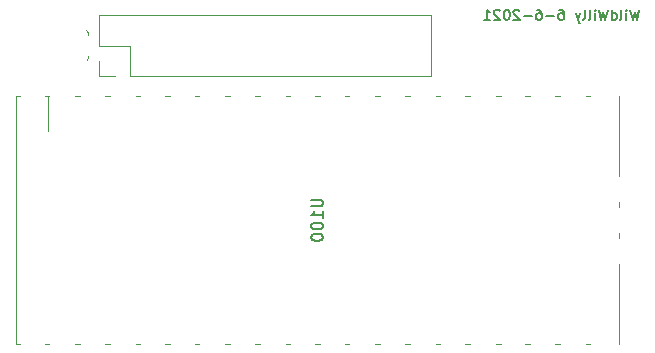
<source format=gbo>
G04 #@! TF.GenerationSoftware,KiCad,Pcbnew,(5.1.10)-1*
G04 #@! TF.CreationDate,2021-06-06T14:26:22+02:00*
G04 #@! TF.ProjectId,ww2020,77773230-3230-42e6-9b69-6361645f7063,rev?*
G04 #@! TF.SameCoordinates,Original*
G04 #@! TF.FileFunction,Legend,Bot*
G04 #@! TF.FilePolarity,Positive*
%FSLAX46Y46*%
G04 Gerber Fmt 4.6, Leading zero omitted, Abs format (unit mm)*
G04 Created by KiCad (PCBNEW (5.1.10)-1) date 2021-06-06 14:26:22*
%MOMM*%
%LPD*%
G01*
G04 APERTURE LIST*
%ADD10C,0.155448*%
%ADD11C,0.120000*%
%ADD12C,0.150000*%
%ADD13R,3.500000X1.700000*%
%ADD14R,1.700000X3.500000*%
%ADD15C,1.600000*%
%ADD16R,1.600000X1.600000*%
%ADD17O,1.700000X1.700000*%
%ADD18R,1.700000X1.700000*%
%ADD19O,2.527000X1.327000*%
%ADD20C,3.843000*%
%ADD21C,0.770000*%
%ADD22O,1.750000X1.200000*%
%ADD23C,0.800000*%
%ADD24C,5.400000*%
G04 APERTURE END LIST*
D10*
X152724861Y-44443555D02*
X152518033Y-45312235D01*
X152352570Y-44691749D01*
X152187107Y-45312235D01*
X151980278Y-44443555D01*
X151649353Y-45312235D02*
X151649353Y-44733115D01*
X151649353Y-44443555D02*
X151690718Y-44484921D01*
X151649353Y-44526286D01*
X151607987Y-44484921D01*
X151649353Y-44443555D01*
X151649353Y-44526286D01*
X151111598Y-45312235D02*
X151194330Y-45270869D01*
X151235695Y-45188138D01*
X151235695Y-44443555D01*
X150408381Y-45312235D02*
X150408381Y-44443555D01*
X150408381Y-45270869D02*
X150491113Y-45312235D01*
X150656575Y-45312235D01*
X150739307Y-45270869D01*
X150780673Y-45229503D01*
X150822038Y-45146772D01*
X150822038Y-44898578D01*
X150780673Y-44815846D01*
X150739307Y-44774481D01*
X150656575Y-44733115D01*
X150491113Y-44733115D01*
X150408381Y-44774481D01*
X150077455Y-44443555D02*
X149870627Y-45312235D01*
X149705164Y-44691749D01*
X149539701Y-45312235D01*
X149332873Y-44443555D01*
X149001947Y-45312235D02*
X149001947Y-44733115D01*
X149001947Y-44443555D02*
X149043313Y-44484921D01*
X149001947Y-44526286D01*
X148960581Y-44484921D01*
X149001947Y-44443555D01*
X149001947Y-44526286D01*
X148464193Y-45312235D02*
X148546924Y-45270869D01*
X148588290Y-45188138D01*
X148588290Y-44443555D01*
X148009170Y-45312235D02*
X148091901Y-45270869D01*
X148133267Y-45188138D01*
X148133267Y-44443555D01*
X147760975Y-44733115D02*
X147554147Y-45312235D01*
X147347318Y-44733115D02*
X147554147Y-45312235D01*
X147636878Y-45519063D01*
X147678244Y-45560429D01*
X147760975Y-45601795D01*
X145982250Y-44443555D02*
X146147713Y-44443555D01*
X146230444Y-44484921D01*
X146271810Y-44526286D01*
X146354541Y-44650383D01*
X146395907Y-44815846D01*
X146395907Y-45146772D01*
X146354541Y-45229503D01*
X146313175Y-45270869D01*
X146230444Y-45312235D01*
X146064981Y-45312235D01*
X145982250Y-45270869D01*
X145940884Y-45229503D01*
X145899518Y-45146772D01*
X145899518Y-44939943D01*
X145940884Y-44857212D01*
X145982250Y-44815846D01*
X146064981Y-44774481D01*
X146230444Y-44774481D01*
X146313175Y-44815846D01*
X146354541Y-44857212D01*
X146395907Y-44939943D01*
X145527227Y-44981309D02*
X144865375Y-44981309D01*
X144079427Y-44443555D02*
X144244890Y-44443555D01*
X144327621Y-44484921D01*
X144368987Y-44526286D01*
X144451718Y-44650383D01*
X144493084Y-44815846D01*
X144493084Y-45146772D01*
X144451718Y-45229503D01*
X144410353Y-45270869D01*
X144327621Y-45312235D01*
X144162158Y-45312235D01*
X144079427Y-45270869D01*
X144038061Y-45229503D01*
X143996695Y-45146772D01*
X143996695Y-44939943D01*
X144038061Y-44857212D01*
X144079427Y-44815846D01*
X144162158Y-44774481D01*
X144327621Y-44774481D01*
X144410353Y-44815846D01*
X144451718Y-44857212D01*
X144493084Y-44939943D01*
X143624404Y-44981309D02*
X142962553Y-44981309D01*
X142590261Y-44526286D02*
X142548895Y-44484921D01*
X142466164Y-44443555D01*
X142259335Y-44443555D01*
X142176604Y-44484921D01*
X142135238Y-44526286D01*
X142093873Y-44609018D01*
X142093873Y-44691749D01*
X142135238Y-44815846D01*
X142631627Y-45312235D01*
X142093873Y-45312235D01*
X141556118Y-44443555D02*
X141473387Y-44443555D01*
X141390655Y-44484921D01*
X141349290Y-44526286D01*
X141307924Y-44609018D01*
X141266558Y-44774481D01*
X141266558Y-44981309D01*
X141307924Y-45146772D01*
X141349290Y-45229503D01*
X141390655Y-45270869D01*
X141473387Y-45312235D01*
X141556118Y-45312235D01*
X141638850Y-45270869D01*
X141680215Y-45229503D01*
X141721581Y-45146772D01*
X141762947Y-44981309D01*
X141762947Y-44774481D01*
X141721581Y-44609018D01*
X141680215Y-44526286D01*
X141638850Y-44484921D01*
X141556118Y-44443555D01*
X140935633Y-44526286D02*
X140894267Y-44484921D01*
X140811535Y-44443555D01*
X140604707Y-44443555D01*
X140521975Y-44484921D01*
X140480610Y-44526286D01*
X140439244Y-44609018D01*
X140439244Y-44691749D01*
X140480610Y-44815846D01*
X140976998Y-45312235D01*
X140439244Y-45312235D01*
X139611930Y-45312235D02*
X140108318Y-45312235D01*
X139860124Y-45312235D02*
X139860124Y-44443555D01*
X139942855Y-44567652D01*
X140025587Y-44650383D01*
X140108318Y-44691749D01*
D11*
X151000000Y-63350000D02*
X151000000Y-63750000D01*
X151000000Y-60750000D02*
X151000000Y-61150000D01*
X151000000Y-72750000D02*
X151000000Y-65950000D01*
X140600000Y-72750000D02*
X141000000Y-72750000D01*
X132900000Y-72750000D02*
X133300000Y-72750000D01*
X107500000Y-72750000D02*
X107900000Y-72750000D01*
X100000000Y-72750000D02*
X100300000Y-72750000D01*
X122800000Y-72750000D02*
X123200000Y-72750000D01*
X138000000Y-72750000D02*
X138400000Y-72750000D01*
X117700000Y-72750000D02*
X118100000Y-72750000D01*
X112600000Y-72750000D02*
X113000000Y-72750000D01*
X125300000Y-72750000D02*
X125700000Y-72750000D01*
X130400000Y-72750000D02*
X130800000Y-72750000D01*
X145600000Y-72750000D02*
X146000000Y-72750000D01*
X148200000Y-72750000D02*
X148600000Y-72750000D01*
X143100000Y-72750000D02*
X143500000Y-72750000D01*
X110100000Y-72750000D02*
X110500000Y-72750000D01*
X102400000Y-72750000D02*
X102800000Y-72750000D01*
X105000000Y-72750000D02*
X105400000Y-72750000D01*
X135500000Y-72750000D02*
X135900000Y-72750000D01*
X127800000Y-72750000D02*
X128200000Y-72750000D01*
X120200000Y-72750000D02*
X120600000Y-72750000D01*
X115100000Y-72750000D02*
X115500000Y-72750000D01*
X148200000Y-51750000D02*
X148600000Y-51750000D01*
X145600000Y-51750000D02*
X146000000Y-51750000D01*
X143100000Y-51750000D02*
X143500000Y-51750000D01*
X140600000Y-51750000D02*
X141000000Y-51750000D01*
X138000000Y-51750000D02*
X138400000Y-51750000D01*
X135500000Y-51750000D02*
X135900000Y-51750000D01*
X132900000Y-51750000D02*
X133300000Y-51750000D01*
X130400000Y-51750000D02*
X130800000Y-51750000D01*
X127800000Y-51750000D02*
X128200000Y-51750000D01*
X125300000Y-51750000D02*
X125700000Y-51750000D01*
X122800000Y-51750000D02*
X123200000Y-51750000D01*
X120200000Y-51750000D02*
X120600000Y-51750000D01*
X117700000Y-51750000D02*
X118100000Y-51750000D01*
X115100000Y-51750000D02*
X115500000Y-51750000D01*
X112600000Y-51750000D02*
X113000000Y-51750000D01*
X110100000Y-51750000D02*
X110500000Y-51750000D01*
X107500000Y-51750000D02*
X107900000Y-51750000D01*
X105000000Y-51750000D02*
X105400000Y-51750000D01*
X102400000Y-51750000D02*
X102800000Y-51750000D01*
X100000000Y-51750000D02*
X100300000Y-51750000D01*
X102667000Y-51750000D02*
X102667000Y-54757000D01*
X151000000Y-58550000D02*
X151000000Y-51750000D01*
X100000000Y-51750000D02*
X100000000Y-72750000D01*
X107040000Y-44900000D02*
X107040000Y-47500000D01*
X107040000Y-44900000D02*
X135100000Y-44900000D01*
X135100000Y-44900000D02*
X135100000Y-50100000D01*
X109640000Y-50100000D02*
X135100000Y-50100000D01*
X109640000Y-47500000D02*
X109640000Y-50100000D01*
X107040000Y-47500000D02*
X109640000Y-47500000D01*
X107040000Y-50100000D02*
X108370000Y-50100000D01*
X107040000Y-48770000D02*
X107040000Y-50100000D01*
D12*
X124952380Y-60535714D02*
X125761904Y-60535714D01*
X125857142Y-60583333D01*
X125904761Y-60630952D01*
X125952380Y-60726190D01*
X125952380Y-60916666D01*
X125904761Y-61011904D01*
X125857142Y-61059523D01*
X125761904Y-61107142D01*
X124952380Y-61107142D01*
X125952380Y-62107142D02*
X125952380Y-61535714D01*
X125952380Y-61821428D02*
X124952380Y-61821428D01*
X125095238Y-61726190D01*
X125190476Y-61630952D01*
X125238095Y-61535714D01*
X124952380Y-62726190D02*
X124952380Y-62821428D01*
X125000000Y-62916666D01*
X125047619Y-62964285D01*
X125142857Y-63011904D01*
X125333333Y-63059523D01*
X125571428Y-63059523D01*
X125761904Y-63011904D01*
X125857142Y-62964285D01*
X125904761Y-62916666D01*
X125952380Y-62821428D01*
X125952380Y-62726190D01*
X125904761Y-62630952D01*
X125857142Y-62583333D01*
X125761904Y-62535714D01*
X125571428Y-62488095D01*
X125333333Y-62488095D01*
X125142857Y-62535714D01*
X125047619Y-62583333D01*
X125000000Y-62630952D01*
X124952380Y-62726190D01*
X124952380Y-63678571D02*
X124952380Y-63773809D01*
X125000000Y-63869047D01*
X125047619Y-63916666D01*
X125142857Y-63964285D01*
X125333333Y-64011904D01*
X125571428Y-64011904D01*
X125761904Y-63964285D01*
X125857142Y-63916666D01*
X125904761Y-63869047D01*
X125952380Y-63773809D01*
X125952380Y-63678571D01*
X125904761Y-63583333D01*
X125857142Y-63535714D01*
X125761904Y-63488095D01*
X125571428Y-63440476D01*
X125333333Y-63440476D01*
X125142857Y-63488095D01*
X125047619Y-63535714D01*
X125000000Y-63583333D01*
X124952380Y-63678571D01*
X105052380Y-46261904D02*
X105861904Y-46261904D01*
X105957142Y-46309523D01*
X106004761Y-46357142D01*
X106052380Y-46452380D01*
X106052380Y-46642857D01*
X106004761Y-46738095D01*
X105957142Y-46785714D01*
X105861904Y-46833333D01*
X105052380Y-46833333D01*
X106052380Y-47357142D02*
X106052380Y-47547619D01*
X106004761Y-47642857D01*
X105957142Y-47690476D01*
X105814285Y-47785714D01*
X105623809Y-47833333D01*
X105242857Y-47833333D01*
X105147619Y-47785714D01*
X105100000Y-47738095D01*
X105052380Y-47642857D01*
X105052380Y-47452380D01*
X105100000Y-47357142D01*
X105147619Y-47309523D01*
X105242857Y-47261904D01*
X105480952Y-47261904D01*
X105576190Y-47309523D01*
X105623809Y-47357142D01*
X105671428Y-47452380D01*
X105671428Y-47642857D01*
X105623809Y-47738095D01*
X105576190Y-47785714D01*
X105480952Y-47833333D01*
X105052380Y-48452380D02*
X105052380Y-48547619D01*
X105100000Y-48642857D01*
X105147619Y-48690476D01*
X105242857Y-48738095D01*
X105433333Y-48785714D01*
X105671428Y-48785714D01*
X105861904Y-48738095D01*
X105957142Y-48690476D01*
X106004761Y-48642857D01*
X106052380Y-48547619D01*
X106052380Y-48452380D01*
X106004761Y-48357142D01*
X105957142Y-48309523D01*
X105861904Y-48261904D01*
X105671428Y-48214285D01*
X105433333Y-48214285D01*
X105242857Y-48261904D01*
X105147619Y-48309523D01*
X105100000Y-48357142D01*
X105052380Y-48452380D01*
%LPC*%
D13*
X150300000Y-64790000D03*
X150300000Y-62250000D03*
X150300000Y-59710000D03*
D14*
X149630000Y-72040000D03*
X147090000Y-72040000D03*
X144550000Y-72040000D03*
X142010000Y-72040000D03*
X139470000Y-72040000D03*
X136930000Y-72040000D03*
X134390000Y-72040000D03*
X131850000Y-72040000D03*
X129310000Y-72040000D03*
X126770000Y-72040000D03*
X124230000Y-72040000D03*
X121690000Y-72040000D03*
X119150000Y-72040000D03*
X116610000Y-72040000D03*
X114070000Y-72040000D03*
X111530000Y-72040000D03*
X108990000Y-72040000D03*
X106450000Y-72040000D03*
X103910000Y-72040000D03*
X101370000Y-72040000D03*
X149630000Y-52460000D03*
X147090000Y-52460000D03*
X144550000Y-52460000D03*
X142010000Y-52460000D03*
X139470000Y-52460000D03*
X136930000Y-52460000D03*
X134390000Y-52460000D03*
X131850000Y-52460000D03*
X129310000Y-52460000D03*
X126770000Y-52460000D03*
X124230000Y-52460000D03*
X121690000Y-52460000D03*
X119150000Y-52460000D03*
X116610000Y-52460000D03*
X114070000Y-52460000D03*
X111530000Y-52460000D03*
X108990000Y-52460000D03*
X106450000Y-52460000D03*
X103910000Y-52460000D03*
X101370000Y-52460000D03*
D15*
X154000000Y-59600000D03*
D16*
X154000000Y-62100000D03*
D17*
X159250000Y-63690000D03*
X159250000Y-71310000D03*
X159250000Y-66230000D03*
X159250000Y-68770000D03*
X161790000Y-63690000D03*
X164330000Y-63690000D03*
X161790000Y-66230000D03*
X164330000Y-66230000D03*
X161790000Y-68770000D03*
X164330000Y-68770000D03*
X161790000Y-71310000D03*
D18*
X164330000Y-71310000D03*
D17*
X161790000Y-78700000D03*
X159250000Y-78700000D03*
X164330000Y-78700000D03*
X159250000Y-83780000D03*
X159250000Y-91400000D03*
X159250000Y-81240000D03*
X159250000Y-86320000D03*
X159250000Y-88860000D03*
X161790000Y-81240000D03*
X164330000Y-81240000D03*
X161790000Y-83780000D03*
X164330000Y-83780000D03*
X161790000Y-86320000D03*
X164330000Y-86320000D03*
X161790000Y-88860000D03*
X164330000Y-88860000D03*
X161790000Y-91400000D03*
D18*
X164330000Y-91400000D03*
D19*
X110350000Y-75014001D03*
X110350000Y-88514001D03*
D20*
X116350000Y-78164001D03*
X116350000Y-85364001D03*
D17*
X159250000Y-52400000D03*
X159250000Y-60020000D03*
X159250000Y-54940000D03*
X159250000Y-57480000D03*
X161790000Y-52400000D03*
X164330000Y-52400000D03*
X161790000Y-54940000D03*
X164330000Y-54940000D03*
X161790000Y-57480000D03*
X164330000Y-57480000D03*
X161790000Y-60020000D03*
D18*
X164330000Y-60020000D03*
D21*
X153370000Y-76550000D03*
X153370000Y-75250000D03*
X155970000Y-76550000D03*
X154670000Y-76550000D03*
X154670000Y-75250000D03*
X155970000Y-75250000D03*
X147870000Y-76550000D03*
X147870000Y-75250000D03*
X150470000Y-76550000D03*
X149170000Y-76550000D03*
X149170000Y-75250000D03*
X150470000Y-75250000D03*
X140400000Y-76550000D03*
X140400000Y-75250000D03*
X143000000Y-76550000D03*
X141700000Y-76550000D03*
X141700000Y-75250000D03*
X143000000Y-75250000D03*
X134900000Y-76550000D03*
X134900000Y-75250000D03*
X137500000Y-76550000D03*
X136200000Y-76550000D03*
X136200000Y-75250000D03*
X137500000Y-75250000D03*
X127400000Y-76550000D03*
X127400000Y-75250000D03*
X130000000Y-76550000D03*
X128700000Y-76550000D03*
X128700000Y-75250000D03*
X130000000Y-75250000D03*
D22*
X154100000Y-88050000D03*
X154100000Y-90050000D03*
X154100000Y-92050000D03*
X154100000Y-94050000D03*
X154100000Y-96050000D03*
G36*
G01*
X154725001Y-98650000D02*
X153474999Y-98650000D01*
G75*
G02*
X153225000Y-98400001I0J249999D01*
G01*
X153225000Y-97699999D01*
G75*
G02*
X153474999Y-97450000I249999J0D01*
G01*
X154725001Y-97450000D01*
G75*
G02*
X154975000Y-97699999I0J-249999D01*
G01*
X154975000Y-98400001D01*
G75*
G02*
X154725001Y-98650000I-249999J0D01*
G01*
G37*
X147420000Y-88050000D03*
X147420000Y-90050000D03*
X147420000Y-92050000D03*
X147420000Y-94050000D03*
X147420000Y-96050000D03*
G36*
G01*
X148045001Y-98650000D02*
X146794999Y-98650000D01*
G75*
G02*
X146545000Y-98400001I0J249999D01*
G01*
X146545000Y-97699999D01*
G75*
G02*
X146794999Y-97450000I249999J0D01*
G01*
X148045001Y-97450000D01*
G75*
G02*
X148295000Y-97699999I0J-249999D01*
G01*
X148295000Y-98400001D01*
G75*
G02*
X148045001Y-98650000I-249999J0D01*
G01*
G37*
X140740000Y-88050000D03*
X140740000Y-90050000D03*
X140740000Y-92050000D03*
X140740000Y-94050000D03*
X140740000Y-96050000D03*
G36*
G01*
X141365001Y-98650000D02*
X140114999Y-98650000D01*
G75*
G02*
X139865000Y-98400001I0J249999D01*
G01*
X139865000Y-97699999D01*
G75*
G02*
X140114999Y-97450000I249999J0D01*
G01*
X141365001Y-97450000D01*
G75*
G02*
X141615000Y-97699999I0J-249999D01*
G01*
X141615000Y-98400001D01*
G75*
G02*
X141365001Y-98650000I-249999J0D01*
G01*
G37*
X134060000Y-88050000D03*
X134060000Y-90050000D03*
X134060000Y-92050000D03*
X134060000Y-94050000D03*
X134060000Y-96050000D03*
G36*
G01*
X134685001Y-98650000D02*
X133434999Y-98650000D01*
G75*
G02*
X133185000Y-98400001I0J249999D01*
G01*
X133185000Y-97699999D01*
G75*
G02*
X133434999Y-97450000I249999J0D01*
G01*
X134685001Y-97450000D01*
G75*
G02*
X134935000Y-97699999I0J-249999D01*
G01*
X134935000Y-98400001D01*
G75*
G02*
X134685001Y-98650000I-249999J0D01*
G01*
G37*
X127380000Y-88050000D03*
X127380000Y-90050000D03*
X127380000Y-92050000D03*
X127380000Y-94050000D03*
X127380000Y-96050000D03*
G36*
G01*
X128005001Y-98650000D02*
X126754999Y-98650000D01*
G75*
G02*
X126505000Y-98400001I0J249999D01*
G01*
X126505000Y-97699999D01*
G75*
G02*
X126754999Y-97450000I249999J0D01*
G01*
X128005001Y-97450000D01*
G75*
G02*
X128255000Y-97699999I0J-249999D01*
G01*
X128255000Y-98400001D01*
G75*
G02*
X128005001Y-98650000I-249999J0D01*
G01*
G37*
D15*
X154700000Y-81600000D03*
D16*
X154700000Y-84100000D03*
D15*
X147200000Y-81600000D03*
D16*
X147200000Y-84100000D03*
D15*
X141750000Y-81600000D03*
D16*
X141750000Y-84100000D03*
D15*
X134250000Y-81600000D03*
D16*
X134250000Y-84100000D03*
D15*
X128750000Y-81600000D03*
D16*
X128750000Y-84100000D03*
D15*
X154000000Y-52500000D03*
D16*
X154000000Y-55000000D03*
D23*
X162931891Y-95068109D03*
X161500000Y-94475000D03*
X160068109Y-95068109D03*
X159475000Y-96500000D03*
X160068109Y-97931891D03*
X161500000Y-98525000D03*
X162931891Y-97931891D03*
X163525000Y-96500000D03*
D24*
X161500000Y-96500000D03*
D23*
X162931891Y-46068109D03*
X161500000Y-45475000D03*
X160068109Y-46068109D03*
X159475000Y-47500000D03*
X160068109Y-48931891D03*
X161500000Y-49525000D03*
X162931891Y-48931891D03*
X163525000Y-47500000D03*
D24*
X161500000Y-47500000D03*
D23*
X104931891Y-95068109D03*
X103500000Y-94475000D03*
X102068109Y-95068109D03*
X101475000Y-96500000D03*
X102068109Y-97931891D03*
X103500000Y-98525000D03*
X104931891Y-97931891D03*
X105525000Y-96500000D03*
D24*
X103500000Y-96500000D03*
D23*
X104931891Y-46068109D03*
X103500000Y-45475000D03*
X102068109Y-46068109D03*
X101475000Y-47500000D03*
X102068109Y-48931891D03*
X103500000Y-49525000D03*
X104931891Y-48931891D03*
X105525000Y-47500000D03*
D24*
X103500000Y-47500000D03*
D17*
X102230000Y-91714001D03*
D18*
X104770000Y-91714001D03*
D17*
X133770000Y-46230000D03*
X133770000Y-48770000D03*
X131230000Y-46230000D03*
X131230000Y-48770000D03*
X128690000Y-46230000D03*
X128690000Y-48770000D03*
X126150000Y-46230000D03*
X126150000Y-48770000D03*
X123610000Y-46230000D03*
X123610000Y-48770000D03*
X121070000Y-46230000D03*
X121070000Y-48770000D03*
X118530000Y-46230000D03*
X118530000Y-48770000D03*
X115990000Y-46230000D03*
X115990000Y-48770000D03*
X113450000Y-46230000D03*
X113450000Y-48770000D03*
X110910000Y-46230000D03*
X110910000Y-48770000D03*
X108370000Y-46230000D03*
D18*
X108370000Y-48770000D03*
D21*
X121900000Y-76550000D03*
X121900000Y-75250000D03*
X124500000Y-76550000D03*
X123200000Y-76550000D03*
X123200000Y-75250000D03*
X124500000Y-75250000D03*
D22*
X120700000Y-88050000D03*
X120700000Y-90050000D03*
X120700000Y-92050000D03*
X120700000Y-94050000D03*
X120700000Y-96050000D03*
G36*
G01*
X121325001Y-98650000D02*
X120074999Y-98650000D01*
G75*
G02*
X119825000Y-98400001I0J249999D01*
G01*
X119825000Y-97699999D01*
G75*
G02*
X120074999Y-97450000I249999J0D01*
G01*
X121325001Y-97450000D01*
G75*
G02*
X121575000Y-97699999I0J-249999D01*
G01*
X121575000Y-98400001D01*
G75*
G02*
X121325001Y-98650000I-249999J0D01*
G01*
G37*
D15*
X121200000Y-81600000D03*
D16*
X121200000Y-84100000D03*
D18*
X164330000Y-74990000D03*
D17*
X161790000Y-74990000D03*
X159250000Y-74990000D03*
M02*

</source>
